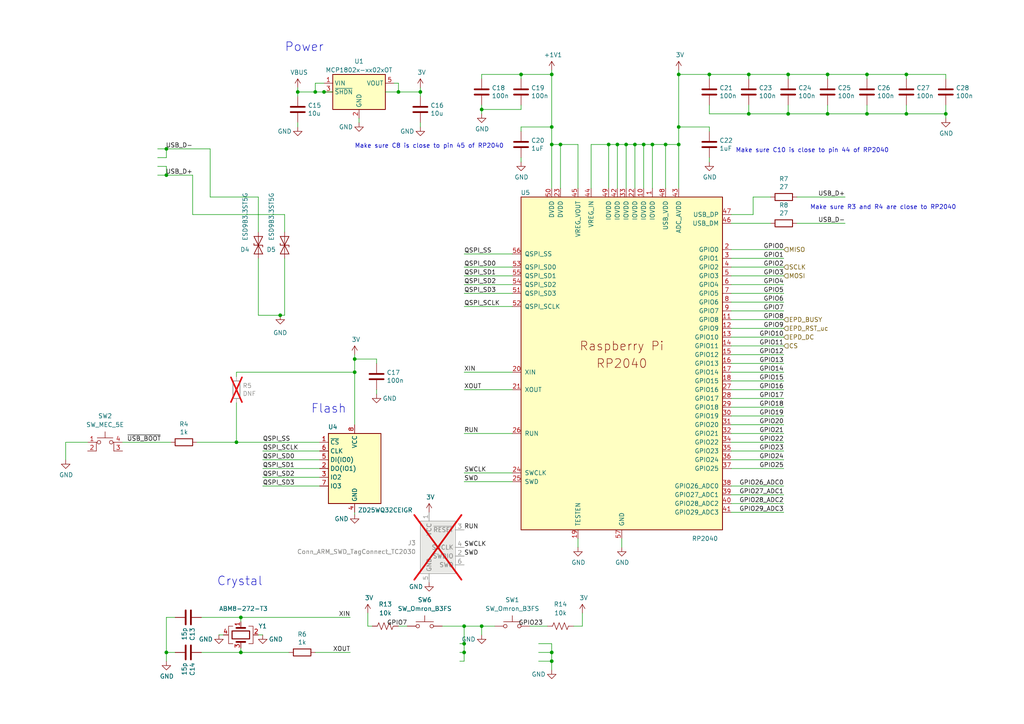
<source format=kicad_sch>
(kicad_sch (version 20231120) (generator "eeschema") (generator_version "8.0")
  (paper "A4")
  (lib_symbols
    (symbol "Connector:Conn_ARM_SWD_TagConnect_TC2030" (in_bom no)
      (property "Reference" "J" (at 2.54 11.43 0))
      (property "Value" "Conn_ARM_SWD_TagConnect_TC2030" (at 5.08 8.89 0))
      (symbol "Conn_ARM_SWD_TagConnect_TC2030_0_0"
        (pin power_in line (at -2.54 10.16 270) (length 2.54) (name "VCC") (number "1"))
        (pin bidirectional line (at 7.62 -2.54 180) (length 2.54) (name "SWDIO") (number "2"))
        (pin open_collector line (at 7.62 5.08 180) (length 2.54) (name "~{RESET}") (number "3"))
        (pin output line (at 7.62 0 180) (length 2.54) (name "SWCLK") (number "4"))
        (pin power_in line (at -2.54 -10.16 90) (length 2.54) (name "GND") (number "5"))
        (pin input line (at 7.62 -5.08 180) (length 2.54) (name "SWO") (number "6"))
      )
      (symbol "Conn_ARM_SWD_TagConnect_TC2030_0_1"
        (rectangle (start -5.08 7.62) (end 5.08 -7.62) (fill (type background)))
      )
    )
    (symbol "Connector:USB_B_Micro" (pin_names (offset 1.016))
      (property "Reference" "J" (at -5.08 11.43 0))
      (property "Value" "USB_B_Micro" (at -5.08 8.89 0))
      (symbol "USB_B_Micro_0_1"
        (rectangle (start -5.08 -7.62) (end 5.08 7.62) (stroke (width 0.254)) (fill (type background)))
        (circle (center -3.81 2.159) (radius 0.635) (stroke (width 0.254)) (fill (type outline)))
        (circle (center -0.635 3.429) (radius 0.381) (stroke (width 0.254)) (fill (type outline)))
        (rectangle (start -0.127 -7.62) (end 0.127 -6.858))
        (polyline (pts (xy -1.905 2.159) (xy 0.635 2.159)) (stroke (width 0.254)))
        (polyline (pts (xy -3.175 2.159) (xy -2.54 2.159) (xy -1.27 3.429) (xy -0.635 3.429)) (stroke (width 0.254)))
        (polyline (pts (xy -2.54 2.159) (xy -1.905 2.159) (xy -1.27 0.889) (xy 0 0.889)) (stroke (width 0.254)))
        (polyline (pts (xy 0.635 2.794) (xy 0.635 1.524) (xy 1.905 2.159) (xy 0.635 2.794)) (stroke (width 0.254)) (fill (type outline)))
        (polyline (pts (xy -4.318 5.588) (xy -1.778 5.588) (xy -2.032 4.826) (xy -4.064 4.826) (xy -4.318 5.588)) (fill (type outline)))
        (polyline (pts (xy -4.699 5.842) (xy -4.699 5.588) (xy -4.445 4.826) (xy -4.445 4.572) (xy -1.651 4.572) (xy -1.651 4.826) (xy -1.397 5.588) (xy -1.397 5.842) (xy -4.699 5.842)))
        (rectangle (start 0.254 1.27) (end -0.508 0.508) (stroke (width 0.254)) (fill (type outline)))
        (rectangle (start 5.08 -5.207) (end 4.318 -4.953))
        (rectangle (start 5.08 -2.667) (end 4.318 -2.413))
        (rectangle (start 5.08 -0.127) (end 4.318 0.127))
        (rectangle (start 5.08 4.953) (end 4.318 5.207))
      )
      (symbol "USB_B_Micro_1_1"
        (pin power_out line (at 7.62 5.08 180) (length 2.54) (name "VBUS") (number "1"))
        (pin bidirectional line (at 7.62 -2.54 180) (length 2.54) (name "D-") (number "2"))
        (pin bidirectional line (at 7.62 0 180) (length 2.54) (name "D+") (number "3"))
        (pin passive line (at 7.62 -5.08 180) (length 2.54) (name "ID") (number "4"))
        (pin power_out line (at 0 -10.16 90) (length 2.54) (name "GND") (number "5"))
        (pin passive line (at -2.54 -10.16 90) (length 2.54) (name "Shield") (number "6"))
      )
    )
    (symbol "Device:C" (pin_numbers hide) (pin_names (offset 0.254))
      (property "Reference" "C" (at 0.635 2.54 0))
      (property "Value" "C" (at 0.635 -2.54 0))
      (symbol "C_0_1"
        (polyline (pts (xy -2.032 -0.762) (xy 2.032 -0.762)) (stroke (width 0.508)))
        (polyline (pts (xy -2.032 0.762) (xy 2.032 0.762)) (stroke (width 0.508)))
      )
      (symbol "C_1_1"
        (pin passive line (at 0 3.81 270) (length 2.794) (name "~") (number "1"))
        (pin passive line (at 0 -3.81 90) (length 2.794) (name "~") (number "2"))
      )
    )
    (symbol "Device:Crystal_GND24" (pin_names (offset 1.016) hide)
      (property "Reference" "Y" (at 3.175 5.08 0))
      (property "Value" "Crystal_GND24" (at 3.175 3.175 0))
      (symbol "Crystal_GND24_0_1"
        (rectangle (start -1.143 2.54) (end 1.143 -2.54) (stroke (width 0.3048)))
        (polyline (pts (xy -2.54 0) (xy -2.032 0)))
        (polyline (pts (xy -2.032 -1.27) (xy -2.032 1.27)) (stroke (width 0.508)))
        (polyline (pts (xy 0 -3.81) (xy 0 -3.556)))
        (polyline (pts (xy 0 3.556) (xy 0 3.81)))
        (polyline (pts (xy 2.032 -1.27) (xy 2.032 1.27)) (stroke (width 0.508)))
        (polyline (pts (xy 2.032 0) (xy 2.54 0)))
        (polyline (pts (xy -2.54 -2.286) (xy -2.54 -3.556) (xy 2.54 -3.556) (xy 2.54 -2.286)))
        (polyline (pts (xy -2.54 2.286) (xy -2.54 3.556) (xy 2.54 3.556) (xy 2.54 2.286)))
      )
      (symbol "Crystal_GND24_1_1"
        (pin passive line (at -3.81 0 0) (length 1.27) (name "1") (number "1"))
        (pin passive line (at 0 5.08 270) (length 1.27) (name "2") (number "2"))
        (pin passive line (at 3.81 0 180) (length 1.27) (name "3") (number "3"))
        (pin passive line (at 0 -5.08 90) (length 1.27) (name "4") (number "4"))
      )
    )
    (symbol "Device:R" (pin_numbers hide) (pin_names (offset 0))
      (property "Reference" "R" (at 2.032 0 90))
      (property "Value" "R" (at 0 0 90))
      (symbol "R_0_1"
        (rectangle (start -1.016 -2.54) (end 1.016 2.54) (stroke (width 0.254)))
      )
      (symbol "R_1_1"
        (pin passive line (at 0 3.81 270) (length 1.27) (name "~") (number "1"))
        (pin passive line (at 0 -3.81 90) (length 1.27) (name "~") (number "2"))
      )
    )
    (symbol "Device:R_US" (pin_numbers hide) (pin_names (offset 0))
      (property "Reference" "R" (at 2.54 0 90))
      (property "Value" "R_US" (at -2.54 0 90))
      (symbol "R_US_0_1"
        (polyline (pts (xy 0 -2.286) (xy 0 -2.54)))
        (polyline (pts (xy 0 2.286) (xy 0 2.54)))
        (polyline (pts (xy 0 -0.762) (xy 1.016 -1.143) (xy 0 -1.524) (xy -1.016 -1.905) (xy 0 -2.286)))
        (polyline (pts (xy 0 0.762) (xy 1.016 0.381) (xy 0 0) (xy -1.016 -0.381) (xy 0 -0.762)))
        (polyline (pts (xy 0 2.286) (xy 1.016 1.905) (xy 0 1.524) (xy -1.016 1.143) (xy 0 0.762)))
      )
      (symbol "R_US_1_1"
        (pin passive line (at 0 3.81 270) (length 1.27) (name "~") (number "1"))
        (pin passive line (at 0 -3.81 90) (length 1.27) (name "~") (number "2"))
      )
    )
    (symbol "Diode:ESD9B3.3ST5G" (pin_numbers hide) (pin_names (offset 1.016) hide)
      (property "Reference" "D" (at 0 2.54 0))
      (property "Value" "ESD9B3.3ST5G" (at 0 -2.54 0))
      (symbol "ESD9B3.3ST5G_0_1"
        (polyline (pts (xy 1.27 0) (xy -1.27 0)))
        (polyline (pts (xy -2.54 -1.27) (xy 0 0) (xy -2.54 1.27) (xy -2.54 -1.27)) (stroke (width 0.2032)))
        (polyline (pts (xy 0.508 1.27) (xy 0 1.27) (xy 0 -1.27) (xy -0.508 -1.27)) (stroke (width 0.2032)))
        (polyline (pts (xy 2.54 1.27) (xy 2.54 -1.27) (xy 0 0) (xy 2.54 1.27)) (stroke (width 0.2032)))
      )
      (symbol "ESD9B3.3ST5G_1_1"
        (pin passive line (at -3.81 0 0) (length 2.54) (name "A1") (number "1"))
        (pin passive line (at 3.81 0 180) (length 2.54) (name "A2") (number "2"))
      )
    )
    (symbol "MCU_RaspberryPi_RP2040:RP2040" (pin_names (offset 1.016))
      (property "Reference" "U" (at -29.21 49.53 0))
      (property "Value" "RP2040" (at 24.13 -49.53 0))
      (symbol "RP2040_0_0"
        (text "Raspberry Pi" (at 0 5.08 0) (effects (font (size 2.54 2.54))))
        (text "RP2040" (at 0 0 0) (effects (font (size 2.54 2.54))))
      )
      (symbol "RP2040_0_1"
        (rectangle (start 29.21 48.26) (end -29.21 -48.26) (stroke (width 0.254)) (fill (type background)))
      )
      (symbol "RP2040_1_1"
        (pin power_in line (at 8.89 50.8 270) (length 2.54) (name "IOVDD") (number "1"))
        (pin power_in line (at 6.35 50.8 270) (length 2.54) (name "IOVDD") (number "10"))
        (pin bidirectional line (at 31.75 12.7 180) (length 2.54) (name "GPIO8") (number "11"))
        (pin bidirectional line (at 31.75 10.16 180) (length 2.54) (name "GPIO9") (number "12"))
        (pin bidirectional line (at 31.75 7.62 180) (length 2.54) (name "GPIO10") (number "13"))
        (pin bidirectional line (at 31.75 5.08 180) (length 2.54) (name "GPIO11") (number "14"))
        (pin bidirectional line (at 31.75 2.54 180) (length 2.54) (name "GPIO12") (number "15"))
        (pin bidirectional line (at 31.75 0 180) (length 2.54) (name "GPIO13") (number "16"))
        (pin bidirectional line (at 31.75 -2.54 180) (length 2.54) (name "GPIO14") (number "17"))
        (pin bidirectional line (at 31.75 -5.08 180) (length 2.54) (name "GPIO15") (number "18"))
        (pin passive line (at -12.7 -50.8 90) (length 2.54) (name "TESTEN") (number "19"))
        (pin bidirectional line (at 31.75 33.02 180) (length 2.54) (name "GPIO0") (number "2"))
        (pin input line (at -31.75 -2.54 0) (length 2.54) (name "XIN") (number "20"))
        (pin passive line (at -31.75 -7.62 0) (length 2.54) (name "XOUT") (number "21"))
        (pin power_in line (at 3.81 50.8 270) (length 2.54) (name "IOVDD") (number "22"))
        (pin power_in line (at -17.78 50.8 270) (length 2.54) (name "DVDD") (number "23"))
        (pin output line (at -31.75 -31.75 0) (length 2.54) (name "SWCLK") (number "24"))
        (pin bidirectional line (at -31.75 -34.29 0) (length 2.54) (name "SWD") (number "25"))
        (pin input line (at -31.75 -20.32 0) (length 2.54) (name "RUN") (number "26"))
        (pin bidirectional line (at 31.75 -7.62 180) (length 2.54) (name "GPIO16") (number "27"))
        (pin bidirectional line (at 31.75 -10.16 180) (length 2.54) (name "GPIO17") (number "28"))
        (pin bidirectional line (at 31.75 -12.7 180) (length 2.54) (name "GPIO18") (number "29"))
        (pin bidirectional line (at 31.75 30.48 180) (length 2.54) (name "GPIO1") (number "3"))
        (pin bidirectional line (at 31.75 -15.24 180) (length 2.54) (name "GPIO19") (number "30"))
        (pin bidirectional line (at 31.75 -17.78 180) (length 2.54) (name "GPIO20") (number "31"))
        (pin bidirectional line (at 31.75 -20.32 180) (length 2.54) (name "GPIO21") (number "32"))
        (pin power_in line (at 1.27 50.8 270) (length 2.54) (name "IOVDD") (number "33"))
        (pin bidirectional line (at 31.75 -22.86 180) (length 2.54) (name "GPIO22") (number "34"))
        (pin bidirectional line (at 31.75 -25.4 180) (length 2.54) (name "GPIO23") (number "35"))
        (pin bidirectional line (at 31.75 -27.94 180) (length 2.54) (name "GPIO24") (number "36"))
        (pin bidirectional line (at 31.75 -30.48 180) (length 2.54) (name "GPIO25") (number "37"))
        (pin bidirectional line (at 31.75 -35.56 180) (length 2.54) (name "GPIO26_ADC0") (number "38"))
        (pin bidirectional line (at 31.75 -38.1 180) (length 2.54) (name "GPIO27_ADC1") (number "39"))
        (pin bidirectional line (at 31.75 27.94 180) (length 2.54) (name "GPIO2") (number "4"))
        (pin bidirectional line (at 31.75 -40.64 180) (length 2.54) (name "GPIO28_ADC2") (number "40"))
        (pin bidirectional line (at 31.75 -43.18 180) (length 2.54) (name "GPIO29_ADC3") (number "41"))
        (pin power_in line (at -1.27 50.8 270) (length 2.54) (name "IOVDD") (number "42"))
        (pin power_in line (at 16.51 50.8 270) (length 2.54) (name "ADC_AVDD") (number "43"))
        (pin power_in line (at -8.89 50.8 270) (length 2.54) (name "VREG_IN") (number "44"))
        (pin power_out line (at -12.7 50.8 270) (length 2.54) (name "VREG_VOUT") (number "45"))
        (pin bidirectional line (at 31.75 40.64 180) (length 2.54) (name "USB_DM") (number "46"))
        (pin bidirectional line (at 31.75 43.18 180) (length 2.54) (name "USB_DP") (number "47"))
        (pin power_in line (at 12.7 50.8 270) (length 2.54) (name "USB_VDD") (number "48"))
        (pin power_in line (at -3.81 50.8 270) (length 2.54) (name "IOVDD") (number "49"))
        (pin bidirectional line (at 31.75 25.4 180) (length 2.54) (name "GPIO3") (number "5"))
        (pin power_in line (at -20.32 50.8 270) (length 2.54) (name "DVDD") (number "50"))
        (pin bidirectional line (at -31.75 20.32 0) (length 2.54) (name "QSPI_SD3") (number "51"))
        (pin output line (at -31.75 16.51 0) (length 2.54) (name "QSPI_SCLK") (number "52"))
        (pin bidirectional line (at -31.75 27.94 0) (length 2.54) (name "QSPI_SD0") (number "53"))
        (pin bidirectional line (at -31.75 22.86 0) (length 2.54) (name "QSPI_SD2") (number "54"))
        (pin bidirectional line (at -31.75 25.4 0) (length 2.54) (name "QSPI_SD1") (number "55"))
        (pin bidirectional line (at -31.75 31.75 0) (length 2.54) (name "QSPI_SS") (number "56"))
        (pin power_in line (at 0 -50.8 90) (length 2.54) (name "GND") (number "57"))
        (pin bidirectional line (at 31.75 22.86 180) (length 2.54) (name "GPIO4") (number "6"))
        (pin bidirectional line (at 31.75 20.32 180) (length 2.54) (name "GPIO5") (number "7"))
        (pin bidirectional line (at 31.75 17.78 180) (length 2.54) (name "GPIO6") (number "8"))
        (pin bidirectional line (at 31.75 15.24 180) (length 2.54) (name "GPIO7") (number "9"))
      )
    )
    (symbol "Memory_Flash:W25Q128JVS"
      (property "Reference" "U" (at -8.89 8.89 0))
      (property "Value" "W25Q128JVS" (at 7.62 8.89 0))
      (symbol "W25Q128JVS_0_1"
        (rectangle (start -7.62 10.16) (end 7.62 -10.16) (stroke (width 0.254)) (fill (type background)))
      )
      (symbol "W25Q128JVS_1_1"
        (pin input line (at -10.16 7.62 0) (length 2.54) (name "~{CS}") (number "1"))
        (pin bidirectional line (at -10.16 0 0) (length 2.54) (name "DO(IO1)") (number "2"))
        (pin bidirectional line (at -10.16 -2.54 0) (length 2.54) (name "IO2") (number "3"))
        (pin power_in line (at 0 -12.7 90) (length 2.54) (name "GND") (number "4"))
        (pin bidirectional line (at -10.16 2.54 0) (length 2.54) (name "DI(IO0)") (number "5"))
        (pin input line (at -10.16 5.08 0) (length 2.54) (name "CLK") (number "6"))
        (pin bidirectional line (at -10.16 -5.08 0) (length 2.54) (name "IO3") (number "7"))
        (pin power_in line (at 0 12.7 270) (length 2.54) (name "VCC") (number "8"))
      )
    )
    (symbol "Regulator_Linear:MCP1802x-xx02xOT"
      (property "Reference" "U" (at -6.35 6.35 0))
      (property "Value" "MCP1802x-xx02xOT" (at 0 6.35 0))
      (symbol "MCP1802x-xx02xOT_0_1"
        (rectangle (start -7.62 5.08) (end 7.62 -5.08) (stroke (width 0.254)) (fill (type background)))
      )
      (symbol "MCP1802x-xx02xOT_1_1"
        (pin power_in line (at -10.16 2.54 0) (length 2.54) (name "VIN") (number "1"))
        (pin power_in line (at 0 -7.62 90) (length 2.54) (name "GND") (number "2"))
        (pin input line (at -10.16 0 0) (length 2.54) (name "~{SHDN}") (number "3"))
        (pin no_connect line (at 7.62 0 180) (length 2.54) hide (name "NC") (number "4"))
        (pin power_out line (at 10.16 2.54 180) (length 2.54) (name "VOUT") (number "5"))
      )
    )
    (symbol "Switch:SW_MEC_5E" (pin_names (offset 1.016) hide)
      (property "Reference" "SW" (at 0.635 5.715 0))
      (property "Value" "SW_MEC_5E" (at 0 -3.175 0))
      (symbol "SW_MEC_5E_0_1"
        (circle (center -1.778 2.54) (radius 0.508))
        (polyline (pts (xy -2.286 3.81) (xy 2.286 3.81)))
        (polyline (pts (xy 0 3.81) (xy 0 5.588)))
        (polyline (pts (xy -2.54 0) (xy -2.54 2.54) (xy -2.286 2.54)))
        (polyline (pts (xy 2.54 0) (xy 2.54 2.54) (xy 2.286 2.54)))
        (circle (center 1.778 2.54) (radius 0.508))
        (pin passive line (at -5.08 2.54 0) (length 2.54) (name "1") (number "1"))
        (pin passive line (at -5.08 0 0) (length 2.54) (name "2") (number "2"))
        (pin passive line (at 5.08 0 180) (length 2.54) (name "K") (number "3"))
        (pin passive line (at 5.08 2.54 180) (length 2.54) (name "A") (number "4"))
      )
    )
    (symbol "Switch:SW_Omron_B3FS" (pin_numbers hide) (pin_names (offset 1.016) hide)
      (property "Reference" "SW" (at 1.27 2.54 0))
      (property "Value" "SW_Omron_B3FS" (at 0 -1.524 0))
      (symbol "SW_Omron_B3FS_0_1"
        (circle (center -2.032 0) (radius 0.508))
        (polyline (pts (xy 0 1.27) (xy 0 3.048)))
        (polyline (pts (xy 2.54 1.27) (xy -2.54 1.27)))
        (circle (center 2.032 0) (radius 0.508))
        (pin passive line (at -5.08 0 0) (length 2.54) (name "1") (number "1"))
        (pin passive line (at 5.08 0 180) (length 2.54) (name "2") (number "2"))
      )
    )
    (symbol "power:+1V1" (power) (pin_names (offset 0))
      (property "Value" "+1V1" (at 0 3.556 0))
      (symbol "+1V1_0_1"
        (polyline (pts (xy -0.762 1.27) (xy 0 2.54)))
        (polyline (pts (xy 0 0) (xy 0 2.54)))
        (polyline (pts (xy 0 2.54) (xy 0.762 1.27)))
      )
      (symbol "+1V1_1_1"
        (pin power_in line (at 0 0 90) (length 0) hide (name "+1V1") (number "1"))
      )
    )
    (symbol "power:+3V3" (power) (pin_names (offset 0))
      (property "Value" "+3V3" (at 0 3.556 0))
      (symbol "+3V3_0_1"
        (polyline (pts (xy -0.762 1.27) (xy 0 2.54)))
        (polyline (pts (xy 0 0) (xy 0 2.54)))
        (polyline (pts (xy 0 2.54) (xy 0.762 1.27)))
      )
      (symbol "+3V3_1_1"
        (pin power_in line (at 0 0 90) (length 0) hide (name "+3V3") (number "1"))
      )
    )
    (symbol "power:GND" (power) (pin_names (offset 0))
      (property "Value" "GND" (at 0 -3.81 0))
      (symbol "GND_0_1"
        (polyline (pts (xy 0 0) (xy 0 -1.27) (xy 1.27 -1.27) (xy 0 -2.54) (xy -1.27 -1.27) (xy 0 -1.27)))
      )
      (symbol "GND_1_1"
        (pin power_in line (at 0 0 270) (length 0) hide (name "GND") (number "1"))
      )
    )
    (symbol "power:VBUS" (power) (pin_names (offset 0))
      (property "Value" "VBUS" (at 0 3.81 0))
      (symbol "VBUS_0_1"
        (polyline (pts (xy -0.762 1.27) (xy 0 2.54)))
        (polyline (pts (xy 0 0) (xy 0 2.54)))
        (polyline (pts (xy 0 2.54) (xy 0.762 1.27)))
      )
      (symbol "VBUS_1_1"
        (pin power_in line (at 0 0 90) (length 0) hide (name "VBUS") (number "1"))
      )
    )
  )
  (junction (at 184.15 41.91))
  (junction (at 193.04 41.91))
  (junction (at 181.61 41.91))
  (junction (at 179.07 41.91))
  (junction (at 189.23 41.91))
  (junction (at 48.26 189.23))
  (junction (at 160.02 36.83))
  (junction (at 121.92 26.67))
  (junction (at 102.87 104.14))
  (junction (at 134.62 189.23))
  (junction (at 91.44 26.67))
  (junction (at 134.62 186.69))
  (junction (at 162.56 41.91))
  (junction (at 160.02 21.59))
  (junction (at 134.62 181.61))
  (junction (at 196.85 36.83))
  (junction (at 160.02 189.23))
  (junction (at 196.85 41.91))
  (junction (at 205.74 21.59))
  (junction (at 115.57 26.67))
  (junction (at 69.85 189.23))
  (junction (at 102.87 107.95))
  (junction (at 228.6 21.59))
  (junction (at 274.32 33.02))
  (junction (at 176.53 41.91))
  (junction (at 160.02 191.77))
  (junction (at 217.17 33.02))
  (junction (at 139.7 31.75))
  (junction (at -27.94 54.61))
  (junction (at 68.58 128.27))
  (junction (at 48.26 50.8))
  (junction (at 81.28 91.44))
  (junction (at 93.98 26.67))
  (junction (at 228.6 33.02))
  (junction (at 262.89 21.59))
  (junction (at 160.02 41.91))
  (junction (at 240.03 21.59))
  (junction (at 262.89 33.02))
  (junction (at 139.7 181.61))
  (junction (at 69.85 179.07))
  (junction (at 186.69 41.91))
  (junction (at 196.85 21.59))
  (junction (at 86.36 26.67))
  (junction (at 240.03 33.02))
  (junction (at 151.13 21.59))
  (junction (at 251.46 33.02))
  (junction (at 251.46 21.59))
  (junction (at 217.17 21.59))
  (junction (at 48.26 43.18))
  (wire (pts (xy 274.32 30.48) (xy 274.32 33.02)))
  (wire (pts (xy 212.09 105.41) (xy 227.33 105.41)))
  (wire (pts (xy 134.62 181.61) (xy 139.7 181.61)))
  (wire (pts (xy 205.74 38.1) (xy 205.74 36.83)))
  (wire (pts (xy 111.76 26.67) (xy 115.57 26.67)))
  (wire (pts (xy 151.13 22.86) (xy 151.13 21.59)))
  (wire (pts (xy 148.59 73.66) (xy 134.62 73.66)))
  (wire (pts (xy 186.69 41.91) (xy 189.23 41.91)))
  (wire (pts (xy 212.09 123.19) (xy 227.33 123.19)))
  (wire (pts (xy 160.02 186.69) (xy 156.21 186.69)))
  (wire (pts (xy 134.62 80.01) (xy 148.59 80.01)))
  (wire (pts (xy 212.09 133.35) (xy 227.33 133.35)))
  (wire (pts (xy 139.7 30.48) (xy 139.7 31.75)))
  (wire (pts (xy 228.6 22.86) (xy 228.6 21.59)))
  (wire (pts (xy 134.62 191.77) (xy 133.35 191.77)))
  (wire (pts (xy 205.74 21.59) (xy 217.17 21.59)))
  (wire (pts (xy 196.85 36.83) (xy 196.85 41.91)))
  (wire (pts (xy -27.94 54.61) (xy -17.78 54.61)))
  (wire (pts (xy 68.58 116.84) (xy 68.58 128.27)))
  (wire (pts (xy 48.26 179.07) (xy 48.26 189.23)))
  (wire (pts (xy 212.09 77.47) (xy 227.33 77.47)))
  (wire (pts (xy 139.7 181.61) (xy 143.51 181.61)))
  (wire (pts (xy 139.7 184.15) (xy 139.7 181.61)))
  (wire (pts (xy 121.92 27.94) (xy 121.92 26.67)))
  (wire (pts (xy 102.87 107.95) (xy 102.87 123.19)))
  (wire (pts (xy 151.13 36.83) (xy 160.02 36.83)))
  (wire (pts (xy 212.09 146.05) (xy 227.33 146.05)))
  (wire (pts (xy 168.91 177.8) (xy 168.91 181.61)))
  (wire (pts (xy 205.74 30.48) (xy 205.74 33.02)))
  (wire (pts (xy 212.09 115.57) (xy 227.33 115.57)))
  (wire (pts (xy 68.58 128.27) (xy 92.71 128.27)))
  (wire (pts (xy 148.59 137.16) (xy 134.62 137.16)))
  (wire (pts (xy 114.3 24.13) (xy 115.57 24.13)))
  (wire (pts (xy 212.09 100.33) (xy 227.33 100.33)))
  (wire (pts (xy 151.13 21.59) (xy 160.02 21.59)))
  (wire (pts (xy 186.69 54.61) (xy 186.69 41.91)))
  (wire (pts (xy 76.2 130.81) (xy 92.71 130.81)))
  (wire (pts (xy 184.15 41.91) (xy 186.69 41.91)))
  (wire (pts (xy 68.58 109.22) (xy 68.58 107.95)))
  (wire (pts (xy 262.89 33.02) (xy 251.46 33.02)))
  (wire (pts (xy 212.09 107.95) (xy 227.33 107.95)))
  (wire (pts (xy 60.96 57.15) (xy 60.96 43.18)))
  (wire (pts (xy 179.07 54.61) (xy 179.07 41.91)))
  (wire (pts (xy 86.36 27.94) (xy 86.36 26.67)))
  (wire (pts (xy 212.09 113.03) (xy 227.33 113.03)))
  (wire (pts (xy -20.32 45.72) (xy -10.16 45.72)))
  (wire (pts (xy 121.92 35.56) (xy 121.92 36.83)))
  (wire (pts (xy 212.09 80.01) (xy 227.33 80.01)))
  (wire (pts (xy 102.87 102.87) (xy 102.87 104.14)))
  (wire (pts (xy 48.26 50.8) (xy 55.88 50.8)))
  (wire (pts (xy 205.74 45.72) (xy 205.74 46.99)))
  (wire (pts (xy 156.21 189.23) (xy 160.02 189.23)))
  (wire (pts (xy 45.72 48.26) (xy 48.26 48.26)))
  (wire (pts (xy 68.58 107.95) (xy 102.87 107.95)))
  (wire (pts (xy 212.09 64.77) (xy 223.52 64.77)))
  (wire (pts (xy 212.09 120.65) (xy 227.33 120.65)))
  (wire (pts (xy 109.22 113.03) (xy 109.22 114.3)))
  (wire (pts (xy 212.09 92.71) (xy 227.33 92.71)))
  (wire (pts (xy 212.09 135.89) (xy 227.33 135.89)))
  (wire (pts (xy 69.85 187.96) (xy 69.85 189.23)))
  (wire (pts (xy 218.44 57.15) (xy 218.44 62.23)))
  (wire (pts (xy 212.09 95.25) (xy 227.33 95.25)))
  (wire (pts (xy 82.55 74.93) (xy 82.55 91.44)))
  (wire (pts (xy 251.46 30.48) (xy 251.46 33.02)))
  (wire (pts (xy 50.8 189.23) (xy 48.26 189.23)))
  (wire (pts (xy 196.85 21.59) (xy 205.74 21.59)))
  (wire (pts (xy 92.71 135.89) (xy 76.2 135.89)))
  (wire (pts (xy 69.85 180.34) (xy 69.85 179.07)))
  (wire (pts (xy 74.93 91.44) (xy 81.28 91.44)))
  (wire (pts (xy 162.56 41.91) (xy 160.02 41.91)))
  (wire (pts (xy 217.17 21.59) (xy 228.6 21.59)))
  (wire (pts (xy 50.8 179.07) (xy 48.26 179.07)))
  (wire (pts (xy 171.45 54.61) (xy 171.45 41.91)))
  (wire (pts (xy 205.74 22.86) (xy 205.74 21.59)))
  (wire (pts (xy 218.44 57.15) (xy 223.52 57.15)))
  (wire (pts (xy -30.48 53.34) (xy -30.48 54.61)))
  (wire (pts (xy 74.93 184.15) (xy 76.2 184.15)))
  (wire (pts (xy 121.92 26.67) (xy 121.92 25.4)))
  (wire (pts (xy -20.32 38.1) (xy -10.16 38.1)))
  (wire (pts (xy 153.67 181.61) (xy 158.75 181.61)))
  (wire (pts (xy 48.26 48.26) (xy 48.26 50.8)))
  (wire (pts (xy 231.14 64.77) (xy 245.11 64.77)))
  (wire (pts (xy 212.09 82.55) (xy 227.33 82.55)))
  (wire (pts (xy 69.85 189.23) (xy 83.82 189.23)))
  (wire (pts (xy 96.52 26.67) (xy 93.98 26.67)))
  (wire (pts (xy 262.89 21.59) (xy 274.32 21.59)))
  (wire (pts (xy 109.22 105.41) (xy 109.22 104.14)))
  (wire (pts (xy 212.09 128.27) (xy 227.33 128.27)))
  (wire (pts (xy 212.09 72.39) (xy 227.33 72.39)))
  (wire (pts (xy 231.14 57.15) (xy 245.11 57.15)))
  (wire (pts (xy 212.09 140.97) (xy 227.33 140.97)))
  (wire (pts (xy 176.53 41.91) (xy 179.07 41.91)))
  (wire (pts (xy 160.02 21.59) (xy 160.02 36.83)))
  (wire (pts (xy 196.85 21.59) (xy 196.85 36.83)))
  (wire (pts (xy 156.21 191.77) (xy 160.02 191.77)))
  (wire (pts (xy 35.56 128.27) (xy 49.53 128.27)))
  (wire (pts (xy 74.93 74.93) (xy 74.93 91.44)))
  (wire (pts (xy 91.44 24.13) (xy 93.98 24.13)))
  (wire (pts (xy 228.6 33.02) (xy 217.17 33.02)))
  (wire (pts (xy 217.17 33.02) (xy 205.74 33.02)))
  (wire (pts (xy 139.7 31.75) (xy 139.7 33.02)))
  (wire (pts (xy 148.59 113.03) (xy 134.62 113.03)))
  (wire (pts (xy 212.09 97.79) (xy 227.33 97.79)))
  (wire (pts (xy 19.05 128.27) (xy 19.05 133.35)))
  (wire (pts (xy 58.42 179.07) (xy 69.85 179.07)))
  (wire (pts (xy 212.09 110.49) (xy 227.33 110.49)))
  (wire (pts (xy 91.44 189.23) (xy 101.6 189.23)))
  (wire (pts (xy 240.03 33.02) (xy 228.6 33.02)))
  (wire (pts (xy 160.02 36.83) (xy 160.02 41.91)))
  (wire (pts (xy 48.26 189.23) (xy 48.26 191.77)))
  (wire (pts (xy 212.09 90.17) (xy 227.33 90.17)))
  (wire (pts (xy 181.61 54.61) (xy 181.61 41.91)))
  (wire (pts (xy 134.62 82.55) (xy 148.59 82.55)))
  (wire (pts (xy 212.09 148.59) (xy 227.33 148.59)))
  (wire (pts (xy 115.57 181.61) (xy 118.11 181.61)))
  (wire (pts (xy 134.62 181.61) (xy 134.62 186.69)))
  (wire (pts (xy 180.34 156.21) (xy 180.34 158.75)))
  (wire (pts (xy 139.7 22.86) (xy 139.7 21.59)))
  (wire (pts (xy 93.98 26.67) (xy 91.44 26.67)))
  (wire (pts (xy 106.68 177.8) (xy 106.68 181.61)))
  (wire (pts (xy 274.32 33.02) (xy 274.32 34.29)))
  (wire (pts (xy 91.44 26.67) (xy 91.44 24.13)))
  (wire (pts (xy 212.09 102.87) (xy 227.33 102.87)))
  (wire (pts (xy 151.13 38.1) (xy 151.13 36.83)))
  (wire (pts (xy 148.59 88.9) (xy 134.62 88.9)))
  (wire (pts (xy 128.27 181.61) (xy 134.62 181.61)))
  (wire (pts (xy 82.55 62.23) (xy 82.55 67.31)))
  (wire (pts (xy 148.59 139.7) (xy 134.62 139.7)))
  (wire (pts (xy 212.09 85.09) (xy 227.33 85.09)))
  (wire (pts (xy 139.7 31.75) (xy 151.13 31.75)))
  (wire (pts (xy 134.62 77.47) (xy 148.59 77.47)))
  (wire (pts (xy 212.09 74.93) (xy 227.33 74.93)))
  (wire (pts (xy 115.57 26.67) (xy 121.92 26.67)))
  (wire (pts (xy 48.26 45.72) (xy 45.72 45.72)))
  (wire (pts (xy 92.71 138.43) (xy 76.2 138.43)))
  (wire (pts (xy 240.03 30.48) (xy 240.03 33.02)))
  (wire (pts (xy 81.28 91.44) (xy 82.55 91.44)))
  (wire (pts (xy 74.93 57.15) (xy 74.93 67.31)))
  (wire (pts (xy 134.62 107.95) (xy 148.59 107.95)))
  (wire (pts (xy 151.13 45.72) (xy 151.13 46.99)))
  (wire (pts (xy 58.42 189.23) (xy 69.85 189.23)))
  (wire (pts (xy 148.59 125.73) (xy 134.62 125.73)))
  (wire (pts (xy 160.02 194.31) (xy 160.02 191.77)))
  (wire (pts (xy 196.85 36.83) (xy 205.74 36.83)))
  (wire (pts (xy 196.85 41.91) (xy 196.85 54.61)))
  (wire (pts (xy 104.14 34.29) (xy 104.14 35.56)))
  (wire (pts (xy 212.09 143.51) (xy 227.33 143.51)))
  (wire (pts (xy 160.02 20.32) (xy 160.02 21.59)))
  (wire (pts (xy 217.17 22.86) (xy 217.17 21.59)))
  (wire (pts (xy 251.46 21.59) (xy 262.89 21.59)))
  (wire (pts (xy 48.26 50.8) (xy 45.72 50.8)))
  (wire (pts (xy 74.93 57.15) (xy 60.96 57.15)))
  (wire (pts (xy 55.88 62.23) (xy 82.55 62.23)))
  (wire (pts (xy 212.09 87.63) (xy 227.33 87.63)))
  (wire (pts (xy 212.09 125.73) (xy 227.33 125.73)))
  (wire (pts (xy 86.36 25.4) (xy 86.36 26.67)))
  (wire (pts (xy 55.88 50.8) (xy 55.88 62.23)))
  (wire (pts (xy 69.85 179.07) (xy 101.6 179.07)))
  (wire (pts (xy 274.32 22.86) (xy 274.32 21.59)))
  (wire (pts (xy 48.26 43.18) (xy 48.26 45.72)))
  (wire (pts (xy 228.6 21.59) (xy 240.03 21.59)))
  (wire (pts (xy 181.61 41.91) (xy 184.15 41.91)))
  (wire (pts (xy 193.04 41.91) (xy 196.85 41.91)))
  (wire (pts (xy 251.46 22.86) (xy 251.46 21.59)))
  (wire (pts (xy 189.23 41.91) (xy 193.04 41.91)))
  (wire (pts (xy 57.15 128.27) (xy 68.58 128.27)))
  (wire (pts (xy 212.09 130.81) (xy 227.33 130.81)))
  (wire (pts (xy 171.45 41.91) (xy 176.53 41.91)))
  (wire (pts (xy 102.87 149.225) (xy 102.87 148.59)))
  (wire (pts (xy 240.03 22.86) (xy 240.03 21.59)))
  (wire (pts (xy 91.44 26.67) (xy 86.36 26.67)))
  (wire (pts (xy 160.02 189.23) (xy 160.02 186.69)))
  (wire (pts (xy 262.89 22.86) (xy 262.89 21.59)))
  (wire (pts (xy 134.62 189.23) (xy 133.35 189.23)))
  (wire (pts (xy 115.57 24.13) (xy 115.57 26.67)))
  (wire (pts (xy 92.71 133.35) (xy 76.2 133.35)))
  (wire (pts (xy 151.13 31.75) (xy 151.13 30.48)))
  (wire (pts (xy 45.72 43.18) (xy 48.26 43.18)))
  (wire (pts (xy 60.96 43.18) (xy 48.26 43.18)))
  (wire (pts (xy 134.62 186.69) (xy 133.35 186.69)))
  (wire (pts (xy 179.07 41.91) (xy 181.61 41.91)))
  (wire (pts (xy 212.09 118.11) (xy 227.33 118.11)))
  (wire (pts (xy 228.6 30.48) (xy 228.6 33.02)))
  (wire (pts (xy 134.62 189.23) (xy 134.62 191.77)))
  (wire (pts (xy -20.32 43.18) (xy -10.16 43.18)))
  (wire (pts (xy 139.7 21.59) (xy 151.13 21.59)))
  (wire (pts (xy 102.87 104.14) (xy 102.87 107.95)))
  (wire (pts (xy 160.02 41.91) (xy 160.02 54.61)))
  (wire (pts (xy -27.94 53.34) (xy -27.94 54.61)))
  (wire (pts (xy 134.62 85.09) (xy 148.59 85.09)))
  (wire (pts (xy -17.78 54.61) (xy -17.78 55.88)))
  (wire (pts (xy -30.48 54.61) (xy -27.94 54.61)))
  (wire (pts (xy 167.64 54.61) (xy 167.64 41.91)))
  (wire (pts (xy 63.5 184.15) (xy 64.77 184.15)))
  (wire (pts (xy 240.03 21.59) (xy 251.46 21.59)))
  (wire (pts (xy 92.71 140.97) (xy 76.2 140.97)))
  (wire (pts (xy 162.56 54.61) (xy 162.56 41.91)))
  (wire (pts (xy 217.17 30.48) (xy 217.17 33.02)))
  (wire (pts (xy 134.62 186.69) (xy 134.62 189.23)))
  (wire (pts (xy 176.53 54.61) (xy 176.53 41.91)))
  (wire (pts (xy 167.64 156.21) (xy 167.64 158.75)))
  (wire (pts (xy 86.36 35.56) (xy 86.36 36.83)))
  (wire (pts (xy 262.89 33.02) (xy 274.32 33.02)))
  (wire (pts (xy 19.05 128.27) (xy 25.4 128.27)))
  (wire (pts (xy 212.09 62.23) (xy 218.44 62.23)))
  (wire (pts (xy 251.46 33.02) (xy 240.03 33.02)))
  (wire (pts (xy 166.37 181.61) (xy 168.91 181.61)))
  (wire (pts (xy 109.22 104.14) (xy 102.87 104.14)))
  (wire (pts (xy 196.85 20.32) (xy 196.85 21.59)))
  (wire (pts (xy 160.02 191.77) (xy 160.02 189.23)))
  (wire (pts (xy 262.89 30.48) (xy 262.89 33.02)))
  (wire (pts (xy 193.04 54.61) (xy 193.04 41.91)))
  (wire (pts (xy 184.15 54.61) (xy 184.15 41.91)))
  (wire (pts (xy 189.23 41.91) (xy 189.23 54.61)))
  (wire (pts (xy 106.68 181.61) (xy 107.95 181.61)))
  (wire (pts (xy 167.64 41.91) (xy 162.56 41.91)))
  (text "Make sure R3 and R4 are close to RP2040" (at 234.95 60.96 0) (effects (font (size 1.27 1.27)) (justify left bottom)))
  (text "Power" (at 82.55 15.24 0) (effects (font (size 2.54 2.54)) (justify left bottom)))
  (text "Crystal" (at 62.865 170.18 0) (effects (font (size 2.54 2.54)) (justify left bottom)))
  (text "Make sure C10 is close to pin 44 of RP2040" (at 213.36 44.45 0) (effects (font (size 1.27 1.27)) (justify left bottom)))
  (text "Flash" (at 90.17 120.142 0) (effects (font (size 2.54 2.54)) (justify left bottom)))
  (text "Make sure C8 is close to pin 45 of RP2040" (at 102.87 43.18 0) (effects (font (size 1.27 1.27)) (justify left bottom)))
  (label "USB_D+" (at 245.11 57.15 180))
  (label "GPIO2" (at 227.33 77.47 180))
  (label "SWD" (at 134.62 161.29 0))
  (label "GPIO13" (at 227.33 105.41 180))
  (label "GPIO20" (at 227.33 123.19 180))
  (label "QSPI_SD3" (at 76.2 140.97 0))
  (label "GPIO5" (at 227.33 85.09 180))
  (label "GPIO0" (at 227.33 72.39 180))
  (label "GPIO23" (at 157.48 181.61 180))
  (label "GPIO7" (at 118.11 181.61 180))
  (label "USB_D-" (at 245.11 64.77 180))
  (label "QSPI_SS" (at 76.2 128.27 0))
  (label "SWD" (at 134.62 139.7 0))
  (label "QSPI_SD3" (at 134.62 85.09 0))
  (label "~{USB_BOOT}" (at 36.83 128.27 0))
  (label "GPIO6" (at 227.33 87.63 180))
  (label "SWCLK" (at 134.62 158.75 0))
  (label "GPIO1" (at 227.33 74.93 180))
  (label "GPIO23" (at 227.33 130.81 180))
  (label "GPIO4" (at 227.33 82.55 180))
  (label "SWCLK" (at 134.62 137.16 0))
  (label "XIN" (at 101.6 179.07 180))
  (label "GPIO21" (at 227.33 125.73 180))
  (label "XIN" (at 134.62 107.95 0))
  (label "RUN" (at 134.62 125.73 0))
  (label "GPIO26_ADC0" (at 227.33 140.97 180))
  (label "GPIO24" (at 227.33 133.35 180))
  (label "GPIO7" (at 227.33 90.17 180))
  (label "USB_D+" (at -10.16 43.18 180))
  (label "QSPI_SD2" (at 134.62 82.55 0))
  (label "QSPI_SD2" (at 76.2 138.43 0))
  (label "XOUT" (at 101.6 189.23 180))
  (label "XOUT" (at 134.62 113.03 0))
  (label "GPIO18" (at 227.33 118.11 180))
  (label "GPIO29_ADC3" (at 227.33 148.59 180))
  (label "USB_D-" (at 55.88 43.18 180))
  (label "GPIO14" (at 227.33 107.95 180))
  (label "RUN" (at 134.62 153.67 0))
  (label "GPIO8" (at 227.33 92.71 180))
  (label "GPIO17" (at 227.33 115.57 180))
  (label "GPIO25" (at 227.33 135.89 180))
  (label "GPIO16" (at 227.33 113.03 180))
  (label "QSPI_SD1" (at 134.62 80.01 0))
  (label "GPIO3" (at 227.33 80.01 180))
  (label "GPIO27_ADC1" (at 227.33 143.51 180))
  (label "GPIO15" (at 227.33 110.49 180))
  (label "GPIO28_ADC2" (at 227.33 146.05 180))
  (label "GPIO10" (at 227.33 97.79 180))
  (label "USB_D+" (at 55.88 50.8 180))
  (label "QSPI_SD1" (at 76.2 135.89 0))
  (label "QSPI_SD0" (at 134.62 77.47 0))
  (label "GPIO19" (at 227.33 120.65 180))
  (label "QSPI_SCLK" (at 76.2 130.81 0))
  (label "GPIO11" (at 227.33 100.33 180))
  (label "QSPI_SD0" (at 76.2 133.35 0))
  (label "GPIO22" (at 227.33 128.27 180))
  (label "GPIO9" (at 227.33 95.25 180))
  (label "QSPI_SS" (at 134.62 73.66 0))
  (label "QSPI_SCLK" (at 134.62 88.9 0))
  (label "USB_D-" (at -10.16 45.72 180))
  (label "GPIO12" (at 227.33 102.87 180))
  (hierarchical_label "EPD_RST_uc" (shape input) (at 227.33 95.25 0))
  (hierarchical_label "EPD_BUSY" (shape input) (at 227.33 92.71 0))
  (hierarchical_label "MISO" (shape input) (at 227.33 72.39 0))
  (hierarchical_label "EPD_DC" (shape input) (at 227.33 97.79 0))
  (hierarchical_label "SCLK" (shape input) (at 227.33 77.47 0))
  (hierarchical_label "CS" (shape input) (at 227.33 100.33 0))
  (hierarchical_label "MOSI" (shape input) (at 227.33 80.01 0))
  (symbol (lib_id "power:GND") (at 102.87 149.225 0) (unit 1)
    (property "Reference" "#PWR019" (effects (hide yes)))
    (property "Value" "GND" (at 99.06 150.495 0))
  )
  (symbol (lib_id "power:GND") (at 160.02 194.31 0) (unit 1)
    (property "Reference" "#PWR036" (effects (hide yes)))
    (property "Value" "GND" (at 156.21 195.58 0))
  )
  (symbol (lib_id "Device:C") (at 86.36 31.75 0) (unit 1)
    (property "Reference" "C15" (at 89.281 30.5816 0) (effects (justify left)))
    (property "Value" "10u" (at 89.281 32.893 0) (effects (justify left)))
    (property "Footprint" "Capacitor_SMD:C_0402_1005Metric" (effects (hide yes)))
    (property "MPN" "C23733" (effects (hide yes)))
  )
  (symbol (lib_id "Device:R_US") (at 111.76 181.61 90) (unit 1)
    (property "Reference" "R13" (at 111.76 175.26 90))
    (property "Value" "10k" (at 111.76 177.8 90))
    (property "Footprint" "Resistor_SMD:R_0402_1005Metric" (effects (hide yes)))
    (property "Description" "Resistor, US symbol" (effects (hide yes)))
    (property "MPN" "C25744" (effects (hide yes)))
  )
  (symbol (lib_id "Device:C") (at 262.89 26.67 0) (unit 1)
    (property "Reference" "C27" (at 265.811 25.5016 0) (effects (justify left)))
    (property "Value" "100n" (at 265.811 27.813 0) (effects (justify left)))
    (property "Footprint" "Capacitor_SMD:C_0402_1005Metric" (effects (hide yes)))
    (property "MPN" "C307331" (effects (hide yes)))
  )
  (symbol (lib_id "Device:C") (at 121.92 31.75 0) (unit 1)
    (property "Reference" "C16" (at 124.841 30.5816 0) (effects (justify left)))
    (property "Value" "10u" (at 124.841 32.893 0) (effects (justify left)))
    (property "Footprint" "Capacitor_SMD:C_0402_1005Metric" (effects (hide yes)))
    (property "MPN" "C23733" (effects (hide yes)))
  )
  (symbol (lib_id "Switch:SW_Omron_B3FS") (at 148.59 181.61 0) (unit 1)
    (property "Reference" "SW1" (at 148.59 173.99 0))
    (property "Value" "SW_Omron_B3FS" (at 148.59 176.53 0))
    (property "Footprint" "Button_Switch_SMD:SW_SPST_Omron_B3FS-100xP" (effects (hide yes)))
    (property "Datasheet" "https://omronfs.omron.com/en_US/ecb/products/pdf/en-b3fs.pdf" (effects (hide yes)))
    (property "Description" "Omron B3FS 6x6mm single pole normally-open tactile switch" (effects (hide yes)))
    (property "MPN" "C5127964" (effects (hide yes)))
  )
  (symbol (lib_id "power:GND") (at 167.64 158.75 0) (unit 1)
    (property "Reference" "#PWR024" (effects (hide yes)))
    (property "Value" "GND" (at 167.767 163.1442 0))
  )
  (symbol (lib_id "power:GND") (at 63.5 184.15 0) (unit 1)
    (property "Reference" "#PWR013" (effects (hide yes)))
    (property "Value" "GND" (at 59.69 185.42 0))
  )
  (symbol (lib_id "Regulator_Linear:MCP1802x-xx02xOT") (at 104.14 26.67 0) (unit 1)
    (property "Reference" "U1" (at 104.14 17.78 0))
    (property "Value" "MCP1802x-xx02xOT" (at 104.14 20.32 0))
    (property "Footprint" "Package_TO_SOT_SMD:SOT-23-5" (effects (hide yes)))
    (property "Datasheet" "http://ww1.microchip.com/downloads/en/DeviceDoc/22053C.pdf" (effects (hide yes)))
    (property "Description" "150mA, Tiny CMOS LDO With Shutdown, Fixed Voltage, SOT-23-5" (effects (hide yes)))
    (property "MPN" " C7419952" (effects (hide yes)))
  )
  (symbol (lib_id "power:GND") (at 151.13 46.99 0) (unit 1)
    (property "Reference" "#PWR022" (effects (hide yes)))
    (property "Value" "GND" (at 151.257 51.3842 0))
  )
  (symbol (lib_id "Connector:Conn_ARM_SWD_TagConnect_TC2030") (at 127 158.75 0) (unit 1) (in_bom no) (dnp yes)
    (property "Reference" "J3" (at 120.65 157.4799 0) (effects (justify right)))
    (property "Value" "Conn_ARM_SWD_TagConnect_TC2030" (at 120.65 160.0199 0) (effects (justify right)))
    (property "Footprint" "Connector:Tag-Connect_TC2030-IDC-NL_2x03_P1.27mm_Vertical" (effects (hide yes)))
    (property "Datasheet" "https://www.tag-connect.com/wp-content/uploads/bsk-pdf-manager/TC2030-CTX_1.pdf" (effects (hide yes)))
    (property "Description" "Tag-Connect ARM Cortex SWD JTAG connector, 6 pin" (effects (hide yes)))
  )
  (symbol (lib_id "power:GND") (at 121.92 36.83 0) (unit 1)
    (property "Reference" "#PWR017" (effects (hide yes)))
    (property "Value" "GND" (at 118.11 38.1 0))
  )
  (symbol (lib_id "Diode:ESD9B3.3ST5G") (at 74.93 71.12 270) (unit 1)
    (property "Reference" "D4" (at 72.39 72.39 90) (effects (justify right)))
    (property "Value" "ESD9B3.3ST5G" (at 71.12 69.85 0) (effects (justify right)))
    (property "Footprint" "Diode_SMD:D_SOD-923" (effects (hide yes)))
    (property "Datasheet" "https://www.onsemi.com/pub/Collateral/ESD9B-D.PDF" (effects (hide yes)))
    (property "MPN" "C3021104" (effects (hide yes)))
  )
  (symbol (lib_id "Device:R") (at 87.63 189.23 270) (unit 1)
    (property "Reference" "R6" (at 87.63 183.9722 90))
    (property "Value" "1k" (at 87.63 186.2836 90))
    (property "Footprint" "Resistor_SMD:R_0402_1005Metric" (effects (hide yes)))
    (property "MPN" "C11702" (effects (hide yes)))
  )
  (symbol (lib_id "Device:C") (at 240.03 26.67 0) (unit 1)
    (property "Reference" "C25" (at 242.951 25.5016 0) (effects (justify left)))
    (property "Value" "100n" (at 242.951 27.813 0) (effects (justify left)))
    (property "Footprint" "Capacitor_SMD:C_0402_1005Metric" (effects (hide yes)))
    (property "MPN" "C307331" (effects (hide yes)))
  )
  (symbol (lib_id "Switch:SW_Omron_B3FS") (at 123.19 181.61 0) (unit 1)
    (property "Reference" "SW6" (at 123.19 173.99 0))
    (property "Value" "SW_Omron_B3FS" (at 123.19 176.53 0))
    (property "Footprint" "Button_Switch_SMD:SW_SPST_Omron_B3FS-100xP" (effects (hide yes)))
    (property "Datasheet" "https://omronfs.omron.com/en_US/ecb/products/pdf/en-b3fs.pdf" (effects (hide yes)))
    (property "Description" "Omron B3FS 6x6mm single pole normally-open tactile switch" (effects (hide yes)))
    (property "MPN" "C5127964" (effects (hide yes)))
  )
  (symbol (lib_id "Device:C") (at 109.22 109.22 0) (unit 1)
    (property "Reference" "C17" (at 112.141 108.0516 0) (effects (justify left)))
    (property "Value" "100n" (at 112.141 110.363 0) (effects (justify left)))
    (property "Footprint" "Capacitor_SMD:C_0402_1005Metric" (effects (hide yes)))
    (property "MPN" "C307331" (effects (hide yes)))
  )
  (symbol (lib_id "Device:C") (at 251.46 26.67 0) (unit 1)
    (property "Reference" "C26" (at 254.381 25.5016 0) (effects (justify left)))
    (property "Value" "100n" (at 254.381 27.813 0) (effects (justify left)))
    (property "Footprint" "Capacitor_SMD:C_0402_1005Metric" (effects (hide yes)))
    (property "MPN" "C307331" (effects (hide yes)))
  )
  (symbol (lib_id "Device:C") (at 228.6 26.67 0) (unit 1)
    (property "Reference" "C24" (at 231.521 25.5016 0) (effects (justify left)))
    (property "Value" "100n" (at 231.521 27.813 0) (effects (justify left)))
    (property "Footprint" "Capacitor_SMD:C_0402_1005Metric" (effects (hide yes)))
    (property "MPN" "C307331" (effects (hide yes)))
  )
  (symbol (lib_id "Diode:ESD9B3.3ST5G") (at 82.55 71.12 270) (unit 1)
    (property "Reference" "D5" (at 80.01 72.39 90) (effects (justify right)))
    (property "Value" "ESD9B3.3ST5G" (at 78.74 69.85 0) (effects (justify right)))
    (property "Footprint" "Diode_SMD:D_SOD-923" (effects (hide yes)))
    (property "Datasheet" "https://www.onsemi.com/pub/Collateral/ESD9B-D.PDF" (effects (hide yes)))
    (property "MPN" "C3021104" (effects (hide yes)))
  )
  (symbol (lib_id "Device:C") (at 151.13 26.67 0) (unit 1)
    (property "Reference" "C19" (at 154.051 25.5016 0) (effects (justify left)))
    (property "Value" "100n" (at 154.051 27.813 0) (effects (justify left)))
    (property "Footprint" "Capacitor_SMD:C_0402_1005Metric" (effects (hide yes)))
    (property "MPN" "C307331" (effects (hide yes)))
  )
  (symbol (lib_id "power:GND") (at 81.28 91.44 0) (unit 1)
    (property "Reference" "#PWR06" (effects (hide yes)))
    (property "Value" "GND" (at 81.28 96.52 0))
  )
  (symbol (lib_id "Device:C") (at 205.74 41.91 0) (unit 1)
    (property "Reference" "C22" (at 208.661 40.7416 0) (effects (justify left)))
    (property "Value" "1uF" (at 208.661 43.053 0) (effects (justify left)))
    (property "Footprint" "Capacitor_SMD:C_0402_1005Metric" (effects (hide yes)))
    (property "MPN" " C52923" (effects (hide yes)))
  )
  (symbol (lib_id "Device:Crystal_GND24") (at 69.85 184.15 270) (unit 1)
    (property "Reference" "Y1" (at 74.93 181.61 90) (effects (justify left)))
    (property "Value" "ABM8-272-T3" (at 63.5 176.53 90) (effects (justify left)))
    (property "Footprint" "Crystal:Crystal_SMD_3225-4Pin_3.2x2.5mm" (effects (hide yes)))
    (property "MPN" " C9002" (effects (hide yes)))
  )
  (symbol (lib_id "MCU_RaspberryPi_RP2040:RP2040") (at 180.34 105.41 0) (unit 1)
    (property "Reference" "U5" (at 152.4 55.88 0))
    (property "Value" "RP2040" (at 204.47 156.21 0))
    (property "Footprint" "Package_DFN_QFN:QFN-56-1EP_7x7mm_P0.4mm_EP3.2x3.2mm" (effects (hide yes)))
    (property "MPN" "C2040" (effects (hide yes)))
  )
  (symbol (lib_id "power:GND") (at 48.26 191.77 0) (unit 1)
    (property "Reference" "#PWR010" (effects (hide yes)))
    (property "Value" "GND" (at 48.387 196.1642 0))
  )
  (symbol (lib_id "power:GND") (at 86.36 36.83 0) (unit 1)
    (property "Reference" "#PWR012" (effects (hide yes)))
    (property "Value" "GND" (at 82.55 38.1 0))
  )
  (symbol (lib_id "Device:R") (at 68.58 113.03 0) (unit 1) (dnp yes)
    (property "Reference" "R5" (at 70.358 111.8616 0) (effects (justify left)))
    (property "Value" "DNF" (at 70.358 114.173 0) (effects (justify left)))
    (property "Footprint" "Resistor_SMD:R_0402_1005Metric" (effects (hide yes)))
    (property "MPN" "dnf" (effects (hide yes)))
  )
  (symbol (lib_id "power:GND") (at 124.46 168.91 0) (unit 1)
    (property "Reference" "#PWR035" (effects (hide yes)))
    (property "Value" "GND" (at 120.65 170.18 0))
  )
  (symbol (lib_id "power:VBUS") (at 86.36 25.4 0) (unit 1)
    (property "Reference" "#PWR011" (effects (hide yes)))
    (property "Value" "VBUS" (at 86.741 21.0058 0))
  )
  (symbol (lib_id "power:GND") (at 109.22 114.3 0) (unit 1)
    (property "Reference" "#PWR020" (effects (hide yes)))
    (property "Value" "GND" (at 113.03 115.57 0))
  )
  (symbol (lib_id "power:GND") (at 76.2 184.15 0) (unit 1)
    (property "Reference" "#PWR014" (effects (hide yes)))
    (property "Value" "GND" (at 80.01 185.42 0))
  )
  (symbol (lib_id "power:GND") (at 139.7 33.02 0) (unit 1)
    (property "Reference" "#PWR021" (effects (hide yes)))
    (property "Value" "GND" (at 139.827 37.4142 0))
  )
  (symbol (lib_id "power:GND") (at 139.7 184.15 0) (unit 1)
    (property "Reference" "#PWR037" (effects (hide yes)))
    (property "Value" "GND" (at 135.89 185.42 0))
  )
  (symbol (lib_id "power:+3V3") (at 106.68 177.8 0) (unit 1)
    (property "Reference" "#PWR038" (effects (hide yes)))
    (property "Value" "3V" (at 107.061 173.4058 0))
  )
  (symbol (lib_id "power:GND") (at 19.05 133.35 0) (unit 1)
    (property "Reference" "#PWR09" (effects (hide yes)))
    (property "Value" "GND" (at 19.177 137.7442 0))
  )
  (symbol (lib_id "power:GND") (at -17.78 55.88 0) (unit 1)
    (property "Reference" "#PWR041" (effects (hide yes)))
    (property "Value" "GND" (at -17.78 60.96 0))
  )
  (symbol (lib_id "power:GND") (at 104.14 35.56 0) (unit 1)
    (property "Reference" "#PWR015" (effects (hide yes)))
    (property "Value" "GND" (at 100.33 36.83 0))
  )
  (symbol (lib_id "power:+1V1") (at 160.02 20.32 0) (unit 1)
    (property "Reference" "#PWR023" (effects (hide yes)))
    (property "Value" "+1V1" (at 160.401 15.9258 0))
  )
  (symbol (lib_id "power:+3V3") (at 168.91 177.8 0) (unit 1)
    (property "Reference" "#PWR039" (effects (hide yes)))
    (property "Value" "3V" (at 169.291 173.4058 0))
  )
  (symbol (lib_id "power:GND") (at 274.32 34.29 0) (unit 1)
    (property "Reference" "#PWR028" (effects (hide yes)))
    (property "Value" "GND" (at 274.447 38.6842 0))
  )
  (symbol (lib_id "Device:R_US") (at 162.56 181.61 90) (unit 1)
    (property "Reference" "R14" (at 162.56 175.26 90))
    (property "Value" "10k" (at 162.56 177.8 90))
    (property "Footprint" "Resistor_SMD:R_0402_1005Metric" (effects (hide yes)))
    (property "Description" "Resistor, US symbol" (effects (hide yes)))
    (property "MPN" "C25744" (effects (hide yes)))
  )
  (symbol (lib_id "Device:C") (at 151.13 41.91 0) (unit 1)
    (property "Reference" "C20" (at 154.051 40.7416 0) (effects (justify left)))
    (property "Value" "1uF" (at 154.051 43.053 0) (effects (justify left)))
    (property "Footprint" "Capacitor_SMD:C_0402_1005Metric" (effects (hide yes)))
    (property "MPN" " C52923" (effects (hide yes)))
  )
  (symbol (lib_id "Device:R") (at 227.33 64.77 270) (unit 1)
    (property "Reference" "R8" (at 227.33 59.5122 90))
    (property "Value" "27" (at 227.33 61.8236 90))
    (property "Footprint" "Resistor_SMD:R_0402_1005Metric" (effects (hide yes)))
    (property "MPN" "C25100" (effects (hide yes)))
  )
  (symbol (lib_id "power:+3V3") (at 124.46 148.59 0) (unit 1)
    (property "Reference" "#PWR034" (effects (hide yes)))
    (property "Value" "3V" (at 124.841 144.1958 0))
  )
  (symbol (lib_id "Device:C") (at 54.61 179.07 270) (unit 1)
    (property "Reference" "C13" (at 55.7784 181.991 0) (effects (justify left)))
    (property "Value" "15p" (at 53.467 181.991 0) (effects (justify left)))
    (property "Footprint" "Capacitor_SMD:C_0402_1005Metric" (effects (hide yes)))
    (property "MPN" "C1548" (effects (hide yes)))
  )
  (symbol (lib_id "Memory_Flash:W25Q128JVS") (at 102.87 135.89 0) (unit 1)
    (property "Reference" "U4" (at 96.52 123.825 0))
    (property "Value" "ZD25WQ32CEIGR" (at 111.76 147.955 0))
    (property "Footprint" "Brammm:SON50P300X200X60-9N" (effects (hide yes)))
    (property "Datasheet" "http://www.winbond.com/resource-files/w25q128jv_dtr%20revc%2003272018%20plus.pdf" (effects (hide yes)))
    (property "MPN" "C5258281" (effects (hide yes)))
  )
  (symbol (lib_id "Device:C") (at 217.17 26.67 0) (unit 1)
    (property "Reference" "C23" (at 220.091 25.5016 0) (effects (justify left)))
    (property "Value" "100n" (at 220.091 27.813 0) (effects (justify left)))
    (property "Footprint" "Capacitor_SMD:C_0402_1005Metric" (effects (hide yes)))
    (property "MPN" "C307331" (effects (hide yes)))
  )
  (symbol (lib_id "Device:R") (at 53.34 128.27 270) (unit 1)
    (property "Reference" "R4" (at 53.34 123.0122 90))
    (property "Value" "1k" (at 53.34 125.3236 90))
    (property "Footprint" "Resistor_SMD:R_0402_1005Metric" (effects (hide yes)))
    (property "MPN" "C11702" (effects (hide yes)))
  )
  (symbol (lib_id "power:+3V3") (at 102.87 102.87 0) (unit 1)
    (property "Reference" "#PWR018" (effects (hide yes)))
    (property "Value" "3V" (at 103.251 98.4758 0))
  )
  (symbol (lib_id "Device:C") (at 205.74 26.67 0) (unit 1)
    (property "Reference" "C21" (at 208.661 25.5016 0) (effects (justify left)))
    (property "Value" "100n" (at 208.661 27.813 0) (effects (justify left)))
    (property "Footprint" "Capacitor_SMD:C_0402_1005Metric" (effects (hide yes)))
    (property "MPN" "C307331" (effects (hide yes)))
  )
  (symbol (lib_id "power:+3V3") (at 121.92 25.4 0) (unit 1)
    (property "Reference" "#PWR016" (effects (hide yes)))
    (property "Value" "3V" (at 122.301 21.0058 0))
  )
  (symbol (lib_id "Switch:SW_MEC_5E") (at 30.48 130.81 0) (unit 1)
    (property "Reference" "SW2" (at 30.48 120.65 0))
    (property "Value" "SW_MEC_5E" (at 30.48 123.19 0))
    (property "Footprint" "Brammm:SW_SPST_TL3342" (effects (hide yes)))
    (property "Datasheet" "http://www.apem.com/int/index.php?controller=attachment&id_attachment=1371" (effects (hide yes)))
    (property "Description" "MEC 5E single pole normally-open tactile switch" (effects (hide yes)))
    (property "MPN" "C318884" (effects (hide yes)))
  )
  (symbol (lib_id "power:+3V3") (at 196.85 20.32 0) (unit 1)
    (property "Reference" "#PWR026" (effects (hide yes)))
    (property "Value" "3V" (at 197.231 15.9258 0))
  )
  (symbol (lib_id "Device:C") (at 54.61 189.23 270) (unit 1)
    (property "Reference" "C14" (at 55.7784 192.151 0) (effects (justify left)))
    (property "Value" "15p" (at 53.467 192.151 0) (effects (justify left)))
    (property "Footprint" "Capacitor_SMD:C_0402_1005Metric" (effects (hide yes)))
    (property "MPN" "C1548" (effects (hide yes)))
  )
  (symbol (lib_id "Device:C") (at 139.7 26.67 0) (unit 1)
    (property "Reference" "C18" (at 142.621 25.5016 0) (effects (justify left)))
    (property "Value" "100n" (at 142.621 27.813 0) (effects (justify left)))
    (property "Footprint" "Capacitor_SMD:C_0402_1005Metric" (effects (hide yes)))
    (property "MPN" "C307331" (effects (hide yes)))
  )
  (symbol (lib_id "power:VBUS") (at -10.16 38.1 0) (unit 1)
    (property "Reference" "#PWR040" (effects (hide yes)))
    (property "Value" "VBUS" (at -9.779 33.7058 0))
  )
  (symbol (lib_id "power:GND") (at 205.74 46.99 0) (unit 1)
    (property "Reference" "#PWR027" (effects (hide yes)))
    (property "Value" "GND" (at 205.867 51.3842 0))
  )
  (symbol (lib_id "Device:C") (at 274.32 26.67 0) (unit 1)
    (property "Reference" "C28" (at 277.241 25.5016 0) (effects (justify left)))
    (property "Value" "100n" (at 277.241 27.813 0) (effects (justify left)))
    (property "Footprint" "Capacitor_SMD:C_0402_1005Metric" (effects (hide yes)))
    (property "MPN" "C307331" (effects (hide yes)))
  )
  (symbol (lib_id "Connector:USB_B_Micro") (at -27.94 43.18 0) (unit 1)
    (property "Reference" "J5" (at -27.94 30.48 0))
    (property "Value" "USB_B_Micro" (at -27.94 33.02 0))
    (property "Footprint" "Connector_USB:USB_Micro-B_Wuerth_614105150721_Vertical" (effects (hide yes)))
    (property "Description" "USB Micro Type B connector" (effects (hide yes)))
    (property "MPN" "C668588" (effects (hide yes)))
  )
  (symbol (lib_id "Device:R") (at 227.33 57.15 270) (unit 1)
    (property "Reference" "R7" (at 227.33 51.8922 90))
    (property "Value" "27" (at 227.33 54.2036 90))
    (property "Footprint" "Resistor_SMD:R_0402_1005Metric" (effects (hide yes)))
    (property "MPN" "C25100" (effects (hide yes)))
  )
  (symbol (lib_id "power:GND") (at 180.34 158.75 0) (unit 1)
    (property "Reference" "#PWR025" (effects (hide yes)))
    (property "Value" "GND" (at 180.467 163.1442 0))
  )
)
</source>
